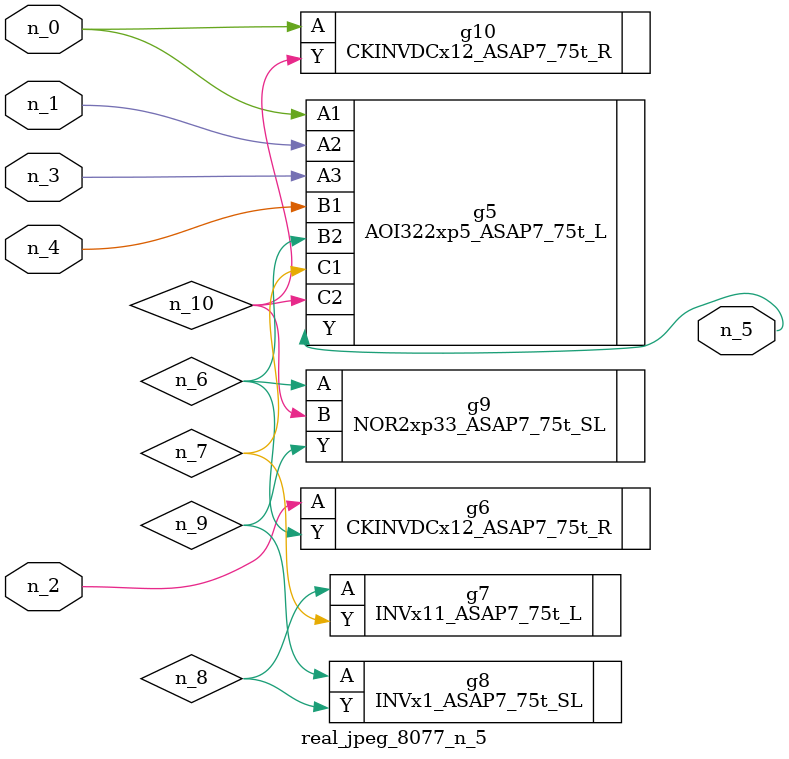
<source format=v>
module real_jpeg_8077_n_5 (n_4, n_0, n_1, n_2, n_3, n_5);

input n_4;
input n_0;
input n_1;
input n_2;
input n_3;

output n_5;

wire n_8;
wire n_6;
wire n_7;
wire n_10;
wire n_9;

AOI322xp5_ASAP7_75t_L g5 ( 
.A1(n_0),
.A2(n_1),
.A3(n_3),
.B1(n_4),
.B2(n_6),
.C1(n_7),
.C2(n_10),
.Y(n_5)
);

CKINVDCx12_ASAP7_75t_R g10 ( 
.A(n_0),
.Y(n_10)
);

CKINVDCx12_ASAP7_75t_R g6 ( 
.A(n_2),
.Y(n_6)
);

NOR2xp33_ASAP7_75t_SL g9 ( 
.A(n_6),
.B(n_10),
.Y(n_9)
);

INVx11_ASAP7_75t_L g7 ( 
.A(n_8),
.Y(n_7)
);

INVx1_ASAP7_75t_SL g8 ( 
.A(n_9),
.Y(n_8)
);


endmodule
</source>
